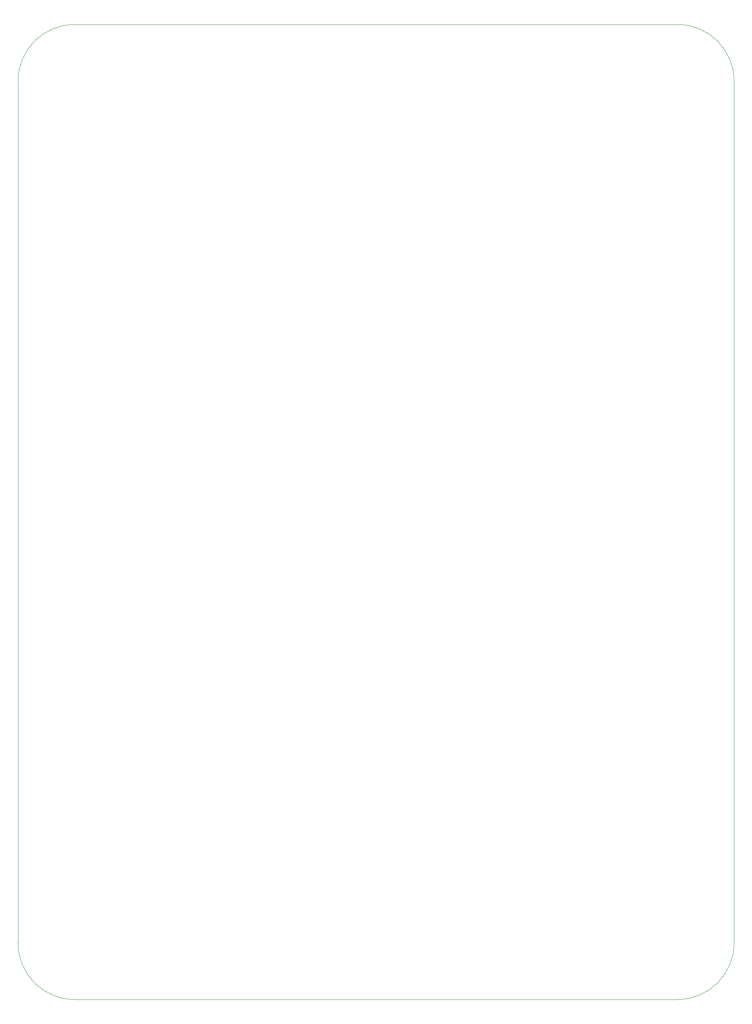
<source format=gbr>
%TF.GenerationSoftware,KiCad,Pcbnew,9.0.3*%
%TF.CreationDate,2025-09-10T22:30:55-03:00*%
%TF.ProjectId,PUCK_1 - Copy,5055434b-5f31-4202-9d20-436f70792e6b,rev?*%
%TF.SameCoordinates,Original*%
%TF.FileFunction,Profile,NP*%
%FSLAX46Y46*%
G04 Gerber Fmt 4.6, Leading zero omitted, Abs format (unit mm)*
G04 Created by KiCad (PCBNEW 9.0.3) date 2025-09-10 22:30:55*
%MOMM*%
%LPD*%
G01*
G04 APERTURE LIST*
%TA.AperFunction,Profile*%
%ADD10C,0.050000*%
%TD*%
G04 APERTURE END LIST*
D10*
X571200000Y-191792120D02*
X571200000Y2005000D01*
X583900000Y-204492120D02*
G75*
G02*
X571199980Y-191792120I0J12700020D01*
G01*
X732200000Y-191792120D02*
G75*
G02*
X719500000Y-204492100I-12700000J20D01*
G01*
X719500000Y14705000D02*
G75*
G02*
X732200000Y2005000I0J-12700000D01*
G01*
X732200000Y2005000D02*
X732200000Y-191792120D01*
X719500000Y-204492120D02*
X583900000Y-204492120D01*
X583900000Y14705000D02*
X719500000Y14705000D01*
X571200000Y2005000D02*
G75*
G02*
X583900000Y14705000I12700000J0D01*
G01*
M02*

</source>
